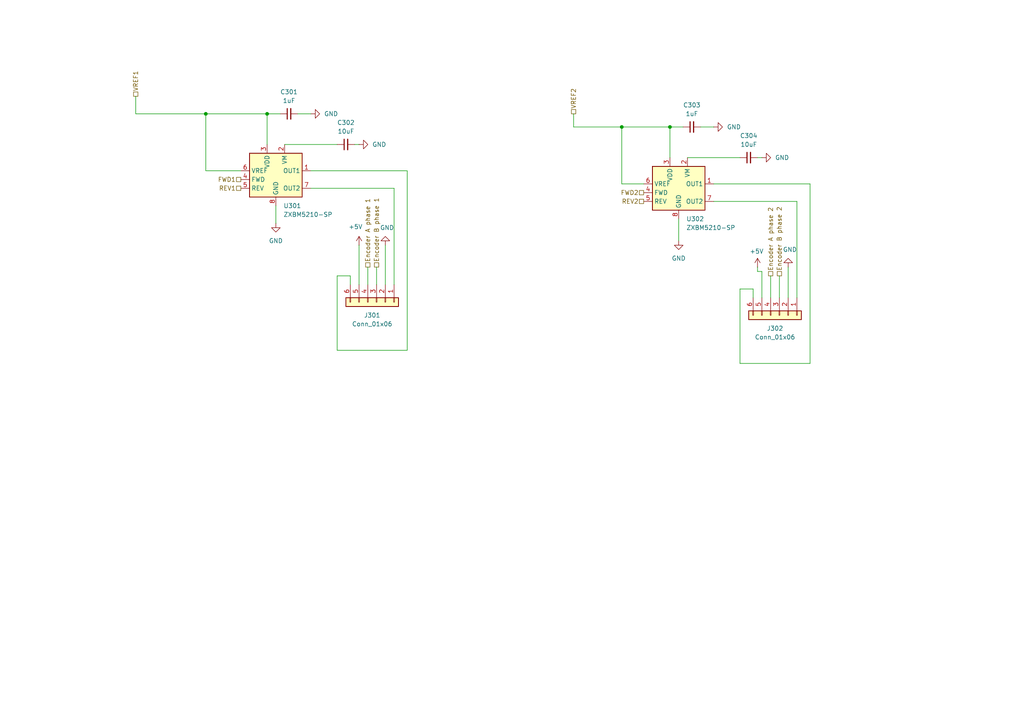
<source format=kicad_sch>
(kicad_sch (version 20231120) (generator "eeschema") (generator_version "8.0")
  (paper "A4")
  (lib_symbols
    (symbol "Connector_Generic:Conn_01x06" (pin_names (offset 1.016) hide)
      (property "Reference" "J" (at 0 7.62 0))
      (property "Value" "Conn_01x06" (at 0 -10.16 0))
      (symbol "Conn_01x06_1_1"
        (rectangle (start -1.27 -7.493) (end 0 -7.747) (stroke (width 0.1524)))
        (rectangle (start -1.27 -4.953) (end 0 -5.207) (stroke (width 0.1524)))
        (rectangle (start -1.27 -2.413) (end 0 -2.667) (stroke (width 0.1524)))
        (rectangle (start -1.27 0.127) (end 0 -0.127) (stroke (width 0.1524)))
        (rectangle (start -1.27 2.667) (end 0 2.413) (stroke (width 0.1524)))
        (rectangle (start -1.27 5.207) (end 0 4.953) (stroke (width 0.1524)))
        (rectangle (start -1.27 6.35) (end 1.27 -8.89) (stroke (width 0.254)) (fill (type background)))
        (pin passive line (at -5.08 5.08 0) (length 3.81) (name "Pin_1") (number "1"))
        (pin passive line (at -5.08 2.54 0) (length 3.81) (name "Pin_2") (number "2"))
        (pin passive line (at -5.08 0 0) (length 3.81) (name "Pin_3") (number "3"))
        (pin passive line (at -5.08 -2.54 0) (length 3.81) (name "Pin_4") (number "4"))
        (pin passive line (at -5.08 -5.08 0) (length 3.81) (name "Pin_5") (number "5"))
        (pin passive line (at -5.08 -7.62 0) (length 3.81) (name "Pin_6") (number "6"))
      )
    )
    (symbol "Device:C_Small" (pin_numbers hide) (pin_names (offset 0.254) hide)
      (property "Reference" "C" (at 0.254 1.778 0))
      (property "Value" "C_Small" (at 0.254 -2.032 0))
      (symbol "C_Small_0_1"
        (polyline (pts (xy -1.524 -0.508) (xy 1.524 -0.508)) (stroke (width 0.3302)))
        (polyline (pts (xy -1.524 0.508) (xy 1.524 0.508)) (stroke (width 0.3048)))
      )
      (symbol "C_Small_1_1"
        (pin passive line (at 0 2.54 270) (length 2.032) (name "~") (number "1"))
        (pin passive line (at 0 -2.54 90) (length 2.032) (name "~") (number "2"))
      )
    )
    (symbol "Driver_Motor:ZXBM5210-SP"
      (property "Reference" "U" (at -7.62 8.89 0))
      (property "Value" "ZXBM5210-SP" (at 10.16 8.89 0))
      (symbol "ZXBM5210-SP_0_0"
        (pin output line (at 10.16 2.54 180) (length 2.54) (name "OUT1") (number "1"))
        (pin power_in line (at 2.54 10.16 270) (length 2.54) (name "VM") (number "2"))
        (pin power_in line (at -2.54 10.16 270) (length 2.54) (name "VDD") (number "3"))
        (pin input line (at -10.16 0 0) (length 2.54) (name "FWD") (number "4"))
        (pin input line (at -10.16 -2.54 0) (length 2.54) (name "REV") (number "5"))
        (pin input line (at -10.16 2.54 0) (length 2.54) (name "VREF") (number "6"))
        (pin output line (at 10.16 -2.54 180) (length 2.54) (name "OUT2") (number "7"))
        (pin power_in line (at 0 -7.62 90) (length 2.54) (name "GND") (number "8"))
        (pin passive line (at 0 -7.62 90) (length 2.54) hide (name "GND") (number "9"))
      )
      (symbol "ZXBM5210-SP_0_1"
        (rectangle (start -7.62 7.62) (end 7.62 -5.08) (stroke (width 0.254)) (fill (type background)))
      )
    )
    (symbol "power:+5V" (power) (pin_numbers hide) (pin_names (offset 0) hide)
      (property "Value" "+5V" (at 0 3.556 0))
      (symbol "+5V_0_1"
        (polyline (pts (xy -0.762 1.27) (xy 0 2.54)))
        (polyline (pts (xy 0 0) (xy 0 2.54)))
        (polyline (pts (xy 0 2.54) (xy 0.762 1.27)))
      )
      (symbol "+5V_1_1"
        (pin power_in line (at 0 0 90) (length 0) (name "~") (number "1"))
      )
    )
    (symbol "power:GND" (power) (pin_numbers hide) (pin_names (offset 0) hide)
      (property "Value" "GND" (at 0 -3.81 0))
      (symbol "GND_0_1"
        (polyline (pts (xy 0 0) (xy 0 -1.27) (xy 1.27 -1.27) (xy 0 -2.54) (xy -1.27 -1.27) (xy 0 -1.27)))
      )
      (symbol "GND_1_1"
        (pin power_in line (at 0 0 270) (length 0) (name "~") (number "1"))
      )
    )
  )
  (junction (at 180.34 36.83))
  (junction (at 77.47 33.02))
  (junction (at 194.31 36.83))
  (junction (at 59.69 33.02))
  (wire (pts (xy 214.63 83.82) (xy 218.44 83.82)))
  (wire (pts (xy 59.69 33.02) (xy 59.69 49.53)))
  (wire (pts (xy 203.2 36.83) (xy 207.01 36.83)))
  (wire (pts (xy 199.39 45.72) (xy 214.63 45.72)))
  (wire (pts (xy 80.01 59.69) (xy 80.01 64.77)))
  (wire (pts (xy 218.44 83.82) (xy 218.44 86.36)))
  (wire (pts (xy 186.69 53.34) (xy 180.34 53.34)))
  (wire (pts (xy 82.55 41.91) (xy 97.79 41.91)))
  (wire (pts (xy 118.11 49.53) (xy 118.11 101.6)))
  (wire (pts (xy 106.68 77.47) (xy 106.68 82.55)))
  (wire (pts (xy 219.71 77.47) (xy 219.71 78.74)))
  (wire (pts (xy 214.63 105.41) (xy 214.63 83.82)))
  (wire (pts (xy 77.47 33.02) (xy 77.47 41.91)))
  (wire (pts (xy 59.69 33.02) (xy 77.47 33.02)))
  (wire (pts (xy 114.3 54.61) (xy 114.3 82.55)))
  (wire (pts (xy 104.14 41.91) (xy 102.87 41.91)))
  (wire (pts (xy 234.95 53.34) (xy 234.95 105.41)))
  (wire (pts (xy 207.01 58.42) (xy 231.14 58.42)))
  (wire (pts (xy 111.76 71.12) (xy 111.76 82.55)))
  (wire (pts (xy 220.98 45.72) (xy 219.71 45.72)))
  (wire (pts (xy 90.17 49.53) (xy 118.11 49.53)))
  (wire (pts (xy 223.52 80.01) (xy 223.52 86.36)))
  (wire (pts (xy 231.14 58.42) (xy 231.14 86.36)))
  (wire (pts (xy 234.95 105.41) (xy 214.63 105.41)))
  (wire (pts (xy 226.06 80.01) (xy 226.06 86.36)))
  (wire (pts (xy 194.31 36.83) (xy 194.31 45.72)))
  (wire (pts (xy 196.85 69.85) (xy 196.85 63.5)))
  (wire (pts (xy 86.36 33.02) (xy 90.17 33.02)))
  (wire (pts (xy 97.79 101.6) (xy 97.79 80.01)))
  (wire (pts (xy 101.6 80.01) (xy 101.6 82.55)))
  (wire (pts (xy 180.34 53.34) (xy 180.34 36.83)))
  (wire (pts (xy 194.31 36.83) (xy 198.12 36.83)))
  (wire (pts (xy 207.01 53.34) (xy 234.95 53.34)))
  (wire (pts (xy 180.34 36.83) (xy 194.31 36.83)))
  (wire (pts (xy 39.37 33.02) (xy 39.37 27.94)))
  (wire (pts (xy 90.17 54.61) (xy 114.3 54.61)))
  (wire (pts (xy 39.37 33.02) (xy 59.69 33.02)))
  (wire (pts (xy 166.37 36.83) (xy 180.34 36.83)))
  (wire (pts (xy 228.6 77.47) (xy 228.6 86.36)))
  (wire (pts (xy 77.47 33.02) (xy 81.28 33.02)))
  (wire (pts (xy 109.22 77.47) (xy 109.22 82.55)))
  (wire (pts (xy 166.37 36.83) (xy 166.37 33.02)))
  (wire (pts (xy 220.98 78.74) (xy 220.98 86.36)))
  (wire (pts (xy 104.14 71.12) (xy 104.14 82.55)))
  (wire (pts (xy 69.85 49.53) (xy 59.69 49.53)))
  (wire (pts (xy 118.11 101.6) (xy 97.79 101.6)))
  (wire (pts (xy 97.79 80.01) (xy 101.6 80.01)))
  (wire (pts (xy 219.71 78.74) (xy 220.98 78.74)))
  (hierarchical_label "Encoder B phase 1 " (shape passive) (at 109.22 77.47 90))
  (hierarchical_label "FWD1" (shape passive) (at 69.85 52.07 180))
  (hierarchical_label "FWD2" (shape passive) (at 186.69 55.88 180))
  (hierarchical_label "VREF1" (shape passive) (at 39.37 27.94 90))
  (hierarchical_label "Encoder B phase 2" (shape passive) (at 226.06 80.01 90))
  (hierarchical_label "REV1" (shape passive) (at 69.85 54.61 180))
  (hierarchical_label "Encoder A phase 1 " (shape passive) (at 106.68 77.47 90))
  (hierarchical_label "VREF2" (shape passive) (at 166.37 33.02 90))
  (hierarchical_label "Encoder A phase 2" (shape passive) (at 223.52 80.01 90))
  (hierarchical_label "REV2" (shape passive) (at 186.69 58.42 180))
  (symbol (lib_id "power:+5V") (at 104.14 71.12 0) (unit 1)
    (property "Reference" "#PWR0308" (effects (hide yes)))
    (property "Value" "+5V" (at 103.124 65.786 0))
    (property "Description" "Power symbol creates a global label with name \"+5V\"" (effects (hide yes)))
  )
  (symbol (lib_id "Device:C_Small") (at 217.17 45.72 90) (unit 1)
    (property "Reference" "C304" (at 217.1763 39.37 90))
    (property "Value" "10uF" (at 217.1763 41.91 90))
    (property "Footprint" "Capacitor_SMD:C_0402_1005Metric" (effects (hide yes)))
    (property "Description" "Unpolarized capacitor, small symbol" (effects (hide yes)))
  )
  (symbol (lib_id "power:GND") (at 104.14 41.91 90) (unit 1)
    (property "Reference" "#PWR0303" (effects (hide yes)))
    (property "Value" "GND" (at 107.95 41.9099 90) (effects (justify right)))
    (property "Description" "Power symbol creates a global label with name \"GND\" , ground" (effects (hide yes)))
  )
  (symbol (lib_id "power:GND") (at 228.6 77.47 180) (unit 1)
    (property "Reference" "#PWR0310" (effects (hide yes)))
    (property "Value" "GND" (at 229.108 72.39 0))
    (property "Description" "Power symbol creates a global label with name \"GND\" , ground" (effects (hide yes)))
  )
  (symbol (lib_id "power:GND") (at 207.01 36.83 90) (unit 1)
    (property "Reference" "#PWR0305" (effects (hide yes)))
    (property "Value" "GND" (at 210.82 36.8299 90) (effects (justify right)))
    (property "Description" "Power symbol creates a global label with name \"GND\" , ground" (effects (hide yes)))
  )
  (symbol (lib_id "Device:C_Small") (at 83.82 33.02 90) (unit 1)
    (property "Reference" "C301" (at 83.8263 26.67 90))
    (property "Value" "1uF" (at 83.8263 29.21 90))
    (property "Footprint" "Capacitor_SMD:C_0402_1005Metric" (effects (hide yes)))
    (property "Description" "Unpolarized capacitor, small symbol" (effects (hide yes)))
  )
  (symbol (lib_id "power:GND") (at 220.98 45.72 90) (unit 1)
    (property "Reference" "#PWR0306" (effects (hide yes)))
    (property "Value" "GND" (at 224.79 45.7199 90) (effects (justify right)))
    (property "Description" "Power symbol creates a global label with name \"GND\" , ground" (effects (hide yes)))
  )
  (symbol (lib_id "power:+5V") (at 219.71 77.47 0) (unit 1)
    (property "Reference" "#PWR0309" (effects (hide yes)))
    (property "Value" "+5V" (at 219.456 72.898 0))
    (property "Description" "Power symbol creates a global label with name \"+5V\"" (effects (hide yes)))
  )
  (symbol (lib_id "power:GND") (at 90.17 33.02 90) (unit 1)
    (property "Reference" "#PWR0302" (effects (hide yes)))
    (property "Value" "GND" (at 93.98 33.0199 90) (effects (justify right)))
    (property "Description" "Power symbol creates a global label with name \"GND\" , ground" (effects (hide yes)))
  )
  (symbol (lib_id "power:GND") (at 196.85 69.85 0) (unit 1)
    (property "Reference" "#PWR0304" (effects (hide yes)))
    (property "Value" "GND" (at 196.85 74.93 0))
    (property "Description" "Power symbol creates a global label with name \"GND\" , ground" (effects (hide yes)))
  )
  (symbol (lib_id "power:GND") (at 111.76 71.12 180) (unit 1)
    (property "Reference" "#PWR0307" (effects (hide yes)))
    (property "Value" "GND" (at 112.268 66.04 0))
    (property "Description" "Power symbol creates a global label with name \"GND\" , ground" (effects (hide yes)))
  )
  (symbol (lib_id "Driver_Motor:ZXBM5210-SP") (at 80.01 52.07 0) (unit 1)
    (property "Reference" "U301" (at 82.2041 59.69 0) (effects (justify left)))
    (property "Value" "ZXBM5210-SP" (at 82.2041 62.23 0) (effects (justify left)))
    (property "Footprint" "Package_SO:Diodes_SO-8EP" (effects (hide yes)))
    (property "Datasheet" "https://www.diodes.com/assets/Datasheets/ZXBM5210.pdf" (effects (hide yes)))
    (property "Description" "Reversible DC motor drive with speed control, 3-18V, 0.85A, SOIC-8EP" (effects (hide yes)))
  )
  (symbol (lib_id "power:GND") (at 80.01 64.77 0) (unit 1)
    (property "Reference" "#PWR0301" (effects (hide yes)))
    (property "Value" "GND" (at 80.01 69.85 0))
    (property "Description" "Power symbol creates a global label with name \"GND\" , ground" (effects (hide yes)))
  )
  (symbol (lib_id "Connector_Generic:Conn_01x06") (at 109.22 87.63 270) (unit 1)
    (property "Reference" "J301" (at 107.95 91.44 90))
    (property "Value" "Conn_01x06" (at 107.95 93.98 90))
    (property "Footprint" "Connector_JST:JST_XH_S6B-XH-A_1x06_P2.50mm_Horizontal" (effects (hide yes)))
    (property "Description" "Generic connector, single row, 01x06, script generated (kicad-library-utils/schlib/autogen/connector/)" (effects (hide yes)))
  )
  (symbol (lib_id "Connector_Generic:Conn_01x06") (at 226.06 91.44 270) (unit 1)
    (property "Reference" "J302" (at 224.79 95.25 90))
    (property "Value" "Conn_01x06" (at 224.79 97.79 90))
    (property "Footprint" "Connector_JST:JST_XH_S6B-XH-A_1x06_P2.50mm_Horizontal" (effects (hide yes)))
    (property "Description" "Generic connector, single row, 01x06, script generated (kicad-library-utils/schlib/autogen/connector/)" (effects (hide yes)))
  )
  (symbol (lib_id "Device:C_Small") (at 200.66 36.83 90) (unit 1)
    (property "Reference" "C303" (at 200.6663 30.48 90))
    (property "Value" "1uF" (at 200.6663 33.02 90))
    (property "Footprint" "Capacitor_SMD:C_0402_1005Metric" (effects (hide yes)))
    (property "Description" "Unpolarized capacitor, small symbol" (effects (hide yes)))
  )
  (symbol (lib_id "Device:C_Small") (at 100.33 41.91 90) (unit 1)
    (property "Reference" "C302" (at 100.3363 35.56 90))
    (property "Value" "10uF" (at 100.3363 38.1 90))
    (property "Footprint" "Capacitor_SMD:C_0402_1005Metric" (effects (hide yes)))
    (property "Description" "Unpolarized capacitor, small symbol" (effects (hide yes)))
  )
  (symbol (lib_id "Driver_Motor:ZXBM5210-SP") (at 196.85 55.88 0) (unit 1)
    (property "Reference" "U302" (at 199.0441 63.5 0) (effects (justify left)))
    (property "Value" "ZXBM5210-SP" (at 199.0441 66.04 0) (effects (justify left)))
    (property "Footprint" "Package_SO:Diodes_SO-8EP" (effects (hide yes)))
    (property "Datasheet" "https://www.diodes.com/assets/Datasheets/ZXBM5210.pdf" (effects (hide yes)))
    (property "Description" "Reversible DC motor drive with speed control, 3-18V, 0.85A, SOIC-8EP" (effects (hide yes)))
  )
)
</source>
